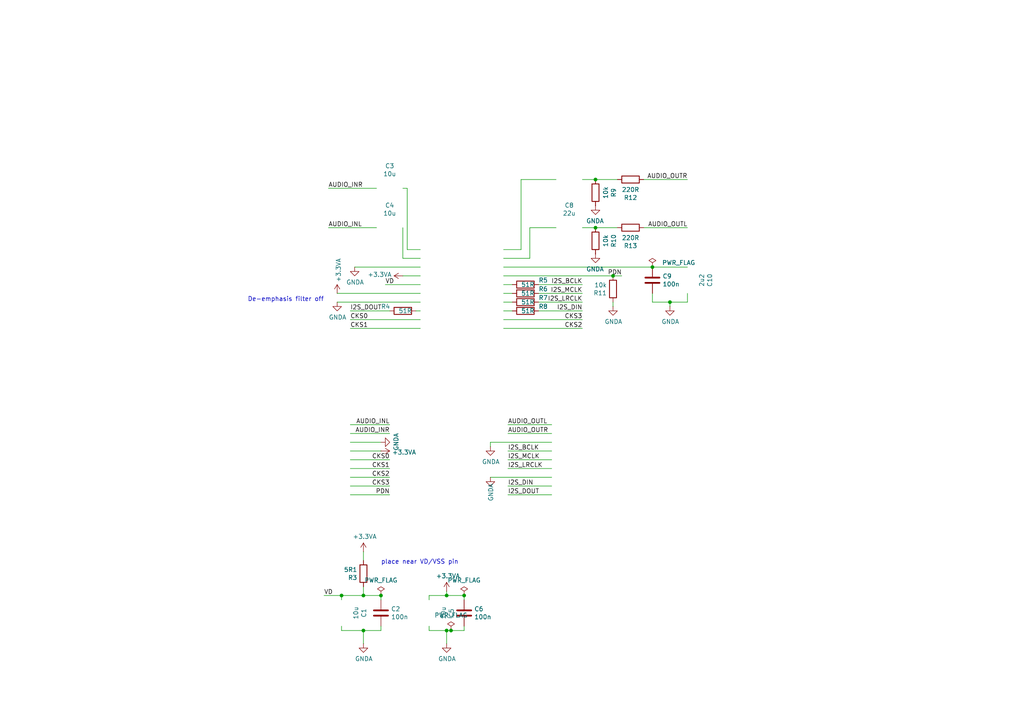
<source format=kicad_sch>
(kicad_sch (version 20250114) (generator "eeschema") (generator_version "9.0")
  (paper "A4")
  (title_block (title "Yummy ADDA Cookie") (company "Gary Grutzek"))
  (lib_symbols
    (symbol "Device:C" (pin_numbers (hide yes)) (pin_names (offset 0.254))
      (property "Reference" "C" (at 0.635 2.54 0))
      (property "Value" "C" (at 0.635 -2.54 0))
      (symbol "C_0_1"
        (polyline (pts (xy -2.032 0.762) (xy 2.032 0.762)) (stroke (width 0.508)))
        (polyline (pts (xy -2.032 -0.762) (xy 2.032 -0.762)) (stroke (width 0.508)))
      )
      (symbol "C_1_1"
        (pin passive line (at 0 3.81 270) (length 2.794) (name "~") (number "1"))
        (pin passive line (at 0 -3.81 90) (length 2.794) (name "~") (number "2"))
      )
    )
    (symbol "Device:R" (pin_numbers (hide yes)) (pin_names (offset 0))
      (property "Reference" "R" (at 2.032 0 90))
      (property "Value" "R" (at 0 0 90))
      (symbol "R_0_1"
        (rectangle (start -1.016 -2.54) (end 1.016 2.54) (stroke (width 0.254)))
      )
      (symbol "R_1_1"
        (pin passive line (at 0 3.81 270) (length 1.27) (name "~") (number "1"))
        (pin passive line (at 0 -3.81 90) (length 1.27) (name "~") (number "2"))
      )
    )
    (symbol "power:+3.3VA" (power) (pin_numbers (hide yes)) (pin_names (offset 0) (hide yes))
      (property "Value" "+3.3VA" (at 0 3.556 0))
      (symbol "+3.3VA_0_1"
        (polyline (pts (xy -0.762 1.27) (xy 0 2.54)))
        (polyline (pts (xy 0 2.54) (xy 0.762 1.27)))
        (polyline (pts (xy 0 0) (xy 0 2.54)))
      )
      (symbol "+3.3VA_1_1"
        (pin power_in line (at 0 0 90) (length 0) (name "~") (number "1"))
      )
    )
    (symbol "power:GNDA" (power) (pin_numbers (hide yes)) (pin_names (offset 0) (hide yes))
      (property "Value" "GNDA" (at 0 -3.81 0))
      (symbol "GNDA_0_1"
        (polyline (pts (xy 0 0) (xy 0 -1.27) (xy 1.27 -1.27) (xy 0 -2.54) (xy -1.27 -1.27) (xy 0 -1.27)))
      )
      (symbol "GNDA_1_1"
        (pin power_in line (at 0 0 270) (length 0) (name "~") (number "1"))
      )
    )
    (symbol "power:PWR_FLAG" (power) (pin_numbers (hide yes)) (pin_names (offset 0) (hide yes))
      (property "Value" "PWR_FLAG" (at 0 3.81 0))
      (symbol "PWR_FLAG_0_0"
        (pin power_out line (at 0 0 90) (length 0) (name "~") (number "1"))
      )
      (symbol "PWR_FLAG_0_1"
        (polyline (pts (xy 0 0) (xy 0 1.27) (xy -1.016 1.905) (xy 0 2.54) (xy 1.016 1.905) (xy 0 1.27)))
      )
    )
  )
  (text "place near VD/VSS pin" (at 110.49 163.83 0) (effects (font (size 1.27 1.27)) (justify left bottom)))
  (text "De-emphasis filter off" (at 93.98 87.63 0) (effects (font (size 1.27 1.27)) (justify right bottom)))
  (junction (at 130.81 182.88))
  (junction (at 189.23 77.47))
  (junction (at 110.49 172.72))
  (junction (at 105.41 172.72))
  (junction (at 134.62 172.72))
  (junction (at 172.72 52.07))
  (junction (at 99.06 172.72))
  (junction (at 194.31 87.63))
  (junction (at 129.54 172.72))
  (junction (at 129.54 182.88))
  (junction (at 177.8 80.01))
  (junction (at 105.41 182.88))
  (junction (at 172.72 66.04))
  (wire (pts (xy 99.06 182.88) (xy 99.06 181.61)))
  (wire (pts (xy 172.72 66.04) (xy 179.07 66.04)))
  (wire (pts (xy 101.6 90.17) (xy 113.03 90.17)))
  (wire (pts (xy 101.6 130.81) (xy 110.49 130.81)))
  (wire (pts (xy 186.69 66.04) (xy 199.39 66.04)))
  (wire (pts (xy 121.92 74.93) (xy 116.84 74.93)))
  (wire (pts (xy 110.49 182.88) (xy 105.41 182.88)))
  (wire (pts (xy 156.21 90.17) (xy 168.91 90.17)))
  (wire (pts (xy 168.91 87.63) (xy 156.21 87.63)))
  (wire (pts (xy 110.49 172.72) (xy 110.49 173.99)))
  (wire (pts (xy 148.59 85.09) (xy 146.05 85.09)))
  (wire (pts (xy 116.84 54.61) (xy 118.11 54.61)))
  (wire (pts (xy 194.31 88.9) (xy 194.31 87.63)))
  (wire (pts (xy 101.6 128.27) (xy 110.49 128.27)))
  (wire (pts (xy 168.91 95.25) (xy 146.05 95.25)))
  (wire (pts (xy 101.6 133.35) (xy 113.03 133.35)))
  (wire (pts (xy 101.6 140.97) (xy 113.03 140.97)))
  (wire (pts (xy 121.92 87.63) (xy 97.79 87.63)))
  (wire (pts (xy 142.24 128.27) (xy 160.02 128.27)))
  (wire (pts (xy 101.6 125.73) (xy 113.03 125.73)))
  (wire (pts (xy 121.92 80.01) (xy 116.84 80.01)))
  (wire (pts (xy 110.49 181.61) (xy 110.49 182.88)))
  (wire (pts (xy 189.23 85.09) (xy 189.23 87.63)))
  (wire (pts (xy 130.81 182.88) (xy 129.54 182.88)))
  (wire (pts (xy 129.54 182.88) (xy 124.46 182.88)))
  (wire (pts (xy 147.32 125.73) (xy 160.02 125.73)))
  (wire (pts (xy 199.39 87.63) (xy 199.39 85.09)))
  (wire (pts (xy 146.05 77.47) (xy 189.23 77.47)))
  (wire (pts (xy 111.76 82.55) (xy 121.92 82.55)))
  (wire (pts (xy 129.54 172.72) (xy 129.54 171.45)))
  (wire (pts (xy 161.29 52.07) (xy 151.13 52.07)))
  (wire (pts (xy 101.6 138.43) (xy 113.03 138.43)))
  (wire (pts (xy 146.05 72.39) (xy 151.13 72.39)))
  (wire (pts (xy 186.69 52.07) (xy 199.39 52.07)))
  (wire (pts (xy 199.39 77.47) (xy 189.23 77.47)))
  (wire (pts (xy 124.46 182.88) (xy 124.46 181.61)))
  (wire (pts (xy 156.21 85.09) (xy 168.91 85.09)))
  (wire (pts (xy 95.25 66.04) (xy 109.22 66.04)))
  (wire (pts (xy 105.41 172.72) (xy 105.41 170.18)))
  (wire (pts (xy 134.62 172.72) (xy 134.62 173.99)))
  (wire (pts (xy 147.32 135.89) (xy 160.02 135.89)))
  (wire (pts (xy 121.92 72.39) (xy 118.11 72.39)))
  (wire (pts (xy 146.05 92.71) (xy 168.91 92.71)))
  (wire (pts (xy 142.24 138.43) (xy 160.02 138.43)))
  (wire (pts (xy 147.32 133.35) (xy 160.02 133.35)))
  (wire (pts (xy 105.41 172.72) (xy 110.49 172.72)))
  (wire (pts (xy 101.6 92.71) (xy 121.92 92.71)))
  (wire (pts (xy 134.62 182.88) (xy 134.62 181.61)))
  (wire (pts (xy 120.65 90.17) (xy 121.92 90.17)))
  (wire (pts (xy 168.91 66.04) (xy 172.72 66.04)))
  (wire (pts (xy 121.92 77.47) (xy 102.87 77.47)))
  (wire (pts (xy 177.8 80.01) (xy 180.34 80.01)))
  (wire (pts (xy 124.46 172.72) (xy 124.46 173.99)))
  (wire (pts (xy 189.23 87.63) (xy 194.31 87.63)))
  (wire (pts (xy 151.13 52.07) (xy 151.13 72.39)))
  (wire (pts (xy 124.46 172.72) (xy 129.54 172.72)))
  (wire (pts (xy 147.32 140.97) (xy 160.02 140.97)))
  (wire (pts (xy 168.91 52.07) (xy 172.72 52.07)))
  (wire (pts (xy 194.31 87.63) (xy 199.39 87.63)))
  (wire (pts (xy 146.05 87.63) (xy 148.59 87.63)))
  (wire (pts (xy 146.05 80.01) (xy 177.8 80.01)))
  (wire (pts (xy 121.92 95.25) (xy 101.6 95.25)))
  (wire (pts (xy 99.06 172.72) (xy 93.98 172.72)))
  (wire (pts (xy 153.67 66.04) (xy 153.67 74.93)))
  (wire (pts (xy 148.59 90.17) (xy 146.05 90.17)))
  (wire (pts (xy 105.41 186.69) (xy 105.41 182.88)))
  (wire (pts (xy 101.6 143.51) (xy 113.03 143.51)))
  (wire (pts (xy 147.32 143.51) (xy 160.02 143.51)))
  (wire (pts (xy 134.62 182.88) (xy 130.81 182.88)))
  (wire (pts (xy 101.6 135.89) (xy 113.03 135.89)))
  (wire (pts (xy 129.54 172.72) (xy 134.62 172.72)))
  (wire (pts (xy 105.41 160.02) (xy 105.41 162.56)))
  (wire (pts (xy 177.8 88.9) (xy 177.8 87.63)))
  (wire (pts (xy 105.41 182.88) (xy 99.06 182.88)))
  (wire (pts (xy 172.72 52.07) (xy 179.07 52.07)))
  (wire (pts (xy 161.29 66.04) (xy 153.67 66.04)))
  (wire (pts (xy 99.06 173.99) (xy 99.06 172.72)))
  (wire (pts (xy 129.54 186.69) (xy 129.54 182.88)))
  (wire (pts (xy 146.05 82.55) (xy 148.59 82.55)))
  (wire (pts (xy 109.22 54.61) (xy 95.25 54.61)))
  (wire (pts (xy 121.92 85.09) (xy 97.79 85.09)))
  (wire (pts (xy 116.84 74.93) (xy 116.84 66.04)))
  (wire (pts (xy 142.24 128.27) (xy 142.24 129.54)))
  (wire (pts (xy 118.11 54.61) (xy 118.11 72.39)))
  (wire (pts (xy 153.67 74.93) (xy 146.05 74.93)))
  (wire (pts (xy 147.32 130.81) (xy 160.02 130.81)))
  (wire (pts (xy 168.91 82.55) (xy 156.21 82.55)))
  (wire (pts (xy 147.32 123.19) (xy 160.02 123.19)))
  (wire (pts (xy 101.6 123.19) (xy 113.03 123.19)))
  (wire (pts (xy 99.06 172.72) (xy 105.41 172.72)))
  (label "AUDIO_OUTR" (at 199.39 52.07 180))
  (label "CKS3" (at 113.03 140.97 180))
  (label "I2S_BCLK" (at 168.91 82.55 180))
  (label "I2S_MCLK" (at 168.91 85.09 180))
  (label "VD" (at 93.98 172.72 0))
  (label "PDN" (at 180.34 80.01 180))
  (label "CKS1" (at 101.6 95.25 0))
  (label "AUDIO_OUTL" (at 147.32 123.19 0))
  (label "CKS1" (at 113.03 135.89 180))
  (label "PDN" (at 113.03 143.51 180))
  (label "AUDIO_OUTL" (at 199.39 66.04 180))
  (label "I2S_LRCLK" (at 168.91 87.63 180))
  (label "I2S_DIN" (at 147.32 140.97 0))
  (label "CKS2" (at 113.03 138.43 180))
  (label "CKS0" (at 113.03 133.35 180))
  (label "I2S_DIN" (at 168.91 90.17 180))
  (label "I2S_DOUT" (at 147.32 143.51 0))
  (label "CKS0" (at 101.6 92.71 0))
  (label "I2S_MCLK" (at 147.32 133.35 0))
  (label "AUDIO_OUTR" (at 147.32 125.73 0))
  (label "AUDIO_INR" (at 95.25 54.61 0))
  (label "CKS3" (at 168.91 92.71 180))
  (label "AUDIO_INL" (at 113.03 123.19 180))
  (label "AUDIO_INL" (at 95.25 66.04 0))
  (label "CKS2" (at 168.91 95.25 180))
  (label "I2S_BCLK" (at 147.32 130.81 0))
  (label "I2S_DOUT" (at 101.6 90.17 0))
  (label "I2S_LRCLK" (at 147.32 135.89 0))
  (label "VD" (at 111.76 82.55 0))
  (label "AUDIO_INR" (at 113.03 125.73 180))
  (symbol (lib_id "GuitarStuff:AK4556") (at 133.35 85.09 0) (unit 1)
    (property "Reference" "U1" (at 133.985 66.675 0))
    (property "Value" "AK4556" (at 133.985 68.9864 0))
    (property "Footprint" "GuitarStuff:TSSOP-20_4.4x6.5mm_P0.65mm" (effects (hide yes)))
  )
  (symbol (lib_id "power:+3.3VA") (at 116.84 80.01 90) (unit 1)
    (property "Reference" "#PWR08" (effects (hide yes)))
    (property "Value" "+3.3VA" (at 113.6142 79.629 90) (effects (justify left)))
  )
  (symbol (lib_id "power:GNDA") (at 102.87 77.47 0) (unit 1)
    (property "Reference" "#PWR03" (effects (hide yes)))
    (property "Value" "GNDA" (at 102.997 81.8642 0))
  )
  (symbol (lib_id "Device:R") (at 116.84 90.17 270) (unit 1)
    (property "Reference" "R4" (at 110.49 88.9 90) (effects (justify left)))
    (property "Value" "51R" (at 115.57 90.17 90) (effects (justify left)))
    (property "Footprint" "Resistor_SMD:R_0603_1608Metric_Pad1.05x0.95mm_HandSolder" (effects (hide yes)))
  )
  (symbol (lib_id "Device:R") (at 152.4 82.55 270) (unit 1)
    (property "Reference" "R5" (at 156.21 81.28 90) (effects (justify left)))
    (property "Value" "51R" (at 151.13 82.55 90) (effects (justify left)))
    (property "Footprint" "Resistor_SMD:R_0603_1608Metric_Pad1.05x0.95mm_HandSolder" (effects (hide yes)))
  )
  (symbol (lib_id "Device:R") (at 152.4 85.09 270) (unit 1)
    (property "Reference" "R6" (at 156.21 83.82 90) (effects (justify left)))
    (property "Value" "51R" (at 151.13 85.09 90) (effects (justify left)))
    (property "Footprint" "Resistor_SMD:R_0603_1608Metric_Pad1.05x0.95mm_HandSolder" (effects (hide yes)))
  )
  (symbol (lib_id "Device:R") (at 152.4 87.63 270) (unit 1)
    (property "Reference" "R7" (at 156.21 86.36 90) (effects (justify left)))
    (property "Value" "51R" (at 151.13 87.63 90) (effects (justify left)))
    (property "Footprint" "Resistor_SMD:R_0603_1608Metric_Pad1.05x0.95mm_HandSolder" (effects (hide yes)))
  )
  (symbol (lib_id "Device:R") (at 152.4 90.17 270) (unit 1)
    (property "Reference" "R8" (at 156.21 88.9 90) (effects (justify left)))
    (property "Value" "51R" (at 151.13 90.17 90) (effects (justify left)))
    (property "Footprint" "Resistor_SMD:R_0603_1608Metric_Pad1.05x0.95mm_HandSolder" (effects (hide yes)))
  )
  (symbol (lib_id "Device:R") (at 177.8 83.82 180) (unit 1)
    (property "Reference" "R11" (at 176.022 84.9884 0) (effects (justify left)))
    (property "Value" "10k" (at 176.022 82.677 0) (effects (justify left)))
    (property "Footprint" "Resistor_SMD:R_0603_1608Metric_Pad1.05x0.95mm_HandSolder" (effects (hide yes)))
  )
  (symbol (lib_id "power:GNDA") (at 177.8 88.9 0) (unit 1)
    (property "Reference" "#PWR015" (effects (hide yes)))
    (property "Value" "GNDA" (at 177.927 93.2942 0))
  )
  (symbol (lib_id "Device:CP") (at 199.39 81.28 0) (unit 1)
    (property "Reference" "C10" (at 205.867 81.28 90))
    (property "Value" "2u2" (at 203.5556 81.28 90))
    (property "Footprint" "Capacitor_SMD:CP_Elec_4x5.4" (effects (hide yes)))
  )
  (symbol (lib_id "Device:C") (at 189.23 81.28 0) (unit 1)
    (property "Reference" "C9" (at 192.151 80.1116 0) (effects (justify left)))
    (property "Value" "100n" (at 192.151 82.423 0) (effects (justify left)))
    (property "Footprint" "Capacitor_SMD:C_0603_1608Metric_Pad1.05x0.95mm_HandSolder" (effects (hide yes)))
  )
  (symbol (lib_id "power:GNDA") (at 194.31 88.9 0) (unit 1)
    (property "Reference" "#PWR016" (effects (hide yes)))
    (property "Value" "GNDA" (at 194.437 93.2942 0))
  )
  (symbol (lib_id "Device:CP") (at 124.46 177.8 0) (unit 1)
    (property "Reference" "C5" (at 130.937 177.8 90))
    (property "Value" "10u" (at 128.6256 177.8 90))
    (property "Footprint" "Capacitor_SMD:CP_Elec_4x5.4" (effects (hide yes)))
  )
  (symbol (lib_id "Device:CP") (at 99.06 177.8 0) (unit 1)
    (property "Reference" "C1" (at 105.537 177.8 90))
    (property "Value" "10u" (at 103.2256 177.8 90))
    (property "Footprint" "Capacitor_SMD:CP_Elec_4x5.4" (effects (hide yes)))
  )
  (symbol (lib_id "power:GNDA") (at 129.54 186.69 0) (unit 1)
    (property "Reference" "#PWR010" (effects (hide yes)))
    (property "Value" "GNDA" (at 129.667 191.0842 0))
  )
  (symbol (lib_id "power:GNDA") (at 105.41 186.69 0) (unit 1)
    (property "Reference" "#PWR05" (effects (hide yes)))
    (property "Value" "GNDA" (at 105.537 191.0842 0))
  )
  (symbol (lib_id "Device:C") (at 134.62 177.8 0) (unit 1)
    (property "Reference" "C6" (at 137.541 176.6316 0) (effects (justify left)))
    (property "Value" "100n" (at 137.541 178.943 0) (effects (justify left)))
    (property "Footprint" "Capacitor_SMD:C_0603_1608Metric_Pad1.05x0.95mm_HandSolder" (effects (hide yes)))
  )
  (symbol (lib_id "Device:C") (at 110.49 177.8 0) (unit 1)
    (property "Reference" "C2" (at 113.411 176.6316 0) (effects (justify left)))
    (property "Value" "100n" (at 113.411 178.943 0) (effects (justify left)))
    (property "Footprint" "Capacitor_SMD:C_0603_1608Metric_Pad1.05x0.95mm_HandSolder" (effects (hide yes)))
  )
  (symbol (lib_id "Device:R") (at 105.41 166.37 180) (unit 1)
    (property "Reference" "R3" (at 103.632 167.5384 0) (effects (justify left)))
    (property "Value" "5R1" (at 103.632 165.227 0) (effects (justify left)))
    (property "Footprint" "Resistor_SMD:R_0603_1608Metric_Pad1.05x0.95mm_HandSolder" (effects (hide yes)))
  )
  (symbol (lib_id "power:+3.3VA") (at 105.41 160.02 0) (unit 1)
    (property "Reference" "#PWR04" (effects (hide yes)))
    (property "Value" "+3.3VA" (at 105.791 155.6258 0))
  )
  (symbol (lib_id "power:+3.3VA") (at 129.54 171.45 0) (unit 1)
    (property "Reference" "#PWR09" (effects (hide yes)))
    (property "Value" "+3.3VA" (at 129.921 167.0558 0))
  )
  (symbol (lib_id "power:PWR_FLAG") (at 110.49 172.72 0) (unit 1)
    (property "Reference" "#FLG01" (effects (hide yes)))
    (property "Value" "PWR_FLAG" (at 110.49 168.3004 0))
  )
  (symbol (lib_id "power:PWR_FLAG") (at 189.23 77.47 0) (unit 1)
    (property "Reference" "#FLG04" (effects (hide yes)))
    (property "Value" "PWR_FLAG" (at 196.85 76.2 0))
  )
  (symbol (lib_id "power:GNDA") (at 97.79 87.63 0) (unit 1)
    (property "Reference" "#PWR02" (effects (hide yes)))
    (property "Value" "GNDA" (at 97.917 92.0242 0))
  )
  (symbol (lib_id "power:GNDA") (at 172.72 59.69 0) (mirror y) (unit 1)
    (property "Reference" "#PWR013" (effects (hide yes)))
    (property "Value" "GNDA" (at 172.593 64.0842 0))
  )
  (symbol (lib_id "Device:R") (at 172.72 55.88 0) (mirror x) (unit 1)
    (property "Reference" "R9" (at 177.9778 55.88 90))
    (property "Value" "10k" (at 175.6664 55.88 90))
    (property "Footprint" "Resistor_SMD:R_0603_1608Metric_Pad1.05x0.95mm_HandSolder" (effects (hide yes)))
  )
  (symbol (lib_id "Device:R") (at 182.88 52.07 270) (unit 1)
    (property "Reference" "R12" (at 182.88 57.3278 90))
    (property "Value" "220R" (at 182.88 55.0164 90))
    (property "Footprint" "Resistor_SMD:R_0603_1608Metric_Pad1.05x0.95mm_HandSolder" (effects (hide yes)))
  )
  (symbol (lib_id "Device:CP") (at 165.1 52.07 90) (unit 1)
    (property "Reference" "C7" (at 165.1 45.593 90))
    (property "Value" "22u" (at 165.1 47.9044 90))
    (property "Footprint" "Capacitor_SMD:CP_Elec_4x5.4" (effects (hide yes)))
  )
  (symbol (lib_id "Device:CP") (at 113.03 66.04 90) (unit 1)
    (property "Reference" "C4" (at 113.03 59.563 90))
    (property "Value" "10u" (at 113.03 61.8744 90))
    (property "Footprint" "Capacitor_SMD:CP_Elec_4x5.4" (effects (hide yes)))
  )
  (symbol (lib_id "power:+3.3VA") (at 110.49 130.81 270) (unit 1)
    (property "Reference" "#PWR07" (effects (hide yes)))
    (property "Value" "+3.3VA" (at 113.7158 131.191 90) (effects (justify left)))
  )
  (symbol (lib_id "power:GNDA") (at 142.24 129.54 0) (unit 1)
    (property "Reference" "#PWR011" (effects (hide yes)))
    (property "Value" "GNDA" (at 142.367 133.9342 0))
  )
  (symbol (lib_id "power:PWR_FLAG") (at 134.62 172.72 0) (unit 1)
    (property "Reference" "#FLG03" (effects (hide yes)))
    (property "Value" "PWR_FLAG" (at 134.62 168.3004 0))
  )
  (symbol (lib_id "power:PWR_FLAG") (at 130.81 182.88 0) (unit 1)
    (property "Reference" "#FLG02" (effects (hide yes)))
    (property "Value" "PWR_FLAG" (at 130.81 178.4604 0))
  )
  (symbol (lib_id "power:GNDA") (at 110.49 128.27 90) (unit 1)
    (property "Reference" "#PWR06" (effects (hide yes)))
    (property "Value" "GNDA" (at 114.8842 128.143 0))
  )
  (symbol (lib_id "Device:CP") (at 113.03 54.61 90) (unit 1)
    (property "Reference" "C3" (at 113.03 48.133 90))
    (property "Value" "10u" (at 113.03 50.4444 90))
    (property "Footprint" "Capacitor_SMD:CP_Elec_4x5.4" (effects (hide yes)))
  )
  (symbol (lib_id "power:+3.3VA") (at 97.79 85.09 0) (unit 1)
    (property "Reference" "#PWR01" (effects (hide yes)))
    (property "Value" "+3.3VA" (at 98.171 81.8642 90) (effects (justify left)))
  )
  (symbol (lib_id "Connector:Conn_01x09_Female") (at 96.52 133.35 0) (mirror y) (unit 1)
    (property "Reference" "J1" (at 99.2124 118.491 0))
    (property "Value" "Conn_01x09_Female" (at 99.2124 120.8024 0))
    (property "Footprint" "GuitarStuff:HalfHole_2x9" (effects (hide yes)))
  )
  (symbol (lib_id "Connector:Conn_01x09_Female") (at 165.1 133.35 0) (mirror x) (unit 1)
    (property "Reference" "J2" (at 165.7858 134.0104 0) (effects (justify left)))
    (property "Value" "Conn_01x09_Female" (at 165.7858 131.699 0) (effects (justify left)))
    (property "Footprint" "GuitarStuff:HalfHole_2x9" (effects (hide yes)))
  )
  (symbol (lib_id "power:GNDA") (at 172.72 73.66 0) (mirror y) (unit 1)
    (property "Reference" "#PWR014" (effects (hide yes)))
    (property "Value" "GNDA" (at 172.593 78.0542 0))
  )
  (symbol (lib_id "Device:R") (at 172.72 69.85 0) (mirror x) (unit 1)
    (property "Reference" "R10" (at 177.9778 69.85 90))
    (property "Value" "10k" (at 175.6664 69.85 90))
    (property "Footprint" "Resistor_SMD:R_0603_1608Metric_Pad1.05x0.95mm_HandSolder" (effects (hide yes)))
  )
  (symbol (lib_id "Device:R") (at 182.88 66.04 270) (unit 1)
    (property "Reference" "R13" (at 182.88 71.2978 90))
    (property "Value" "220R" (at 182.88 68.9864 90))
    (property "Footprint" "Resistor_SMD:R_0603_1608Metric_Pad1.05x0.95mm_HandSolder" (effects (hide yes)))
  )
  (symbol (lib_id "Device:CP") (at 165.1 66.04 90) (unit 1)
    (property "Reference" "C8" (at 165.1 59.563 90))
    (property "Value" "22u" (at 165.1 61.8744 90))
    (property "Footprint" "Capacitor_SMD:CP_Elec_4x5.4" (effects (hide yes)))
  )
  (symbol (lib_id "power:GNDA") (at 142.24 138.43 0) (unit 1)
    (property "Reference" "#PWR012" (effects (hide yes)))
    (property "Value" "GNDA" (at 142.367 142.8242 90))
  )
)
</source>
